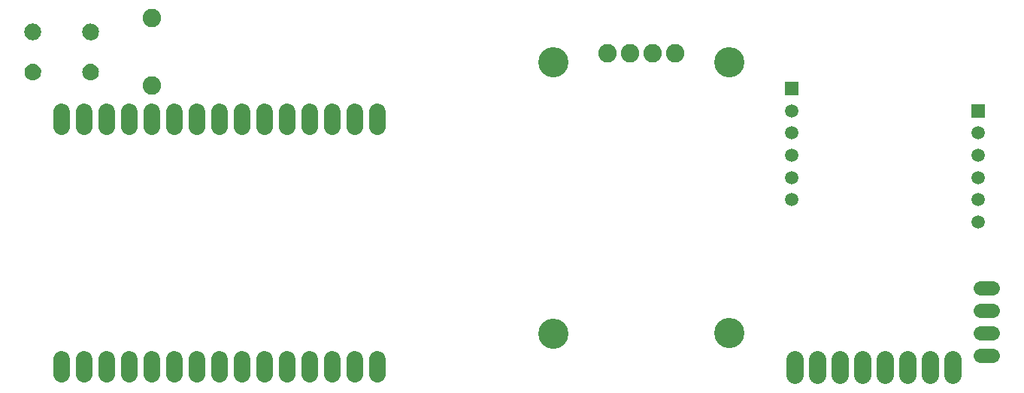
<source format=gbr>
G04 EAGLE Gerber RS-274X export*
G75*
%MOMM*%
%FSLAX34Y34*%
%LPD*%
%INSoldermask Bottom*%
%IPPOS*%
%AMOC8*
5,1,8,0,0,1.08239X$1,22.5*%
G01*
%ADD10C,1.625600*%
%ADD11C,2.082800*%
%ADD12C,1.879600*%
%ADD13C,1.511200*%
%ADD14R,1.511200X1.511200*%
%ADD15C,3.403200*%
%ADD16C,1.981200*%

G36*
X83549Y407090D02*
X83549Y407090D01*
X83596Y407103D01*
X83671Y407113D01*
X85288Y407591D01*
X85316Y407605D01*
X85337Y407609D01*
X85361Y407623D01*
X85403Y407637D01*
X86895Y408421D01*
X86933Y408451D01*
X86999Y408489D01*
X88310Y409549D01*
X88341Y409585D01*
X88398Y409636D01*
X89477Y410931D01*
X89501Y410973D01*
X89547Y411034D01*
X90353Y412515D01*
X90368Y412560D01*
X90401Y412629D01*
X90902Y414238D01*
X90908Y414286D01*
X90927Y414360D01*
X91102Y416013D01*
X91149Y416269D01*
X91149Y416291D01*
X91156Y416451D01*
X90971Y418169D01*
X90958Y418215D01*
X90946Y418290D01*
X90430Y419939D01*
X90408Y419982D01*
X90382Y420053D01*
X89554Y421570D01*
X89524Y421608D01*
X89484Y421673D01*
X88377Y422999D01*
X88340Y423030D01*
X88288Y423086D01*
X86943Y424170D01*
X86901Y424193D01*
X86839Y424239D01*
X85308Y425040D01*
X85262Y425054D01*
X85193Y425086D01*
X83536Y425574D01*
X83488Y425579D01*
X83414Y425597D01*
X81945Y425729D01*
X81917Y425745D01*
X81878Y425751D01*
X81841Y425766D01*
X81745Y425771D01*
X81695Y425779D01*
X81675Y425776D01*
X81654Y425777D01*
X79963Y425625D01*
X79917Y425612D01*
X79841Y425602D01*
X78212Y425123D01*
X78169Y425102D01*
X78097Y425076D01*
X76593Y424289D01*
X76555Y424260D01*
X76489Y424221D01*
X75167Y423155D01*
X75135Y423119D01*
X75078Y423068D01*
X73989Y421765D01*
X73966Y421724D01*
X73919Y421663D01*
X73106Y420172D01*
X73091Y420127D01*
X73057Y420058D01*
X72550Y418438D01*
X72544Y418390D01*
X72525Y418316D01*
X72344Y416633D01*
X72320Y416435D01*
X72322Y416384D01*
X72318Y416293D01*
X72491Y414584D01*
X72505Y414538D01*
X72516Y414462D01*
X73019Y412820D01*
X73041Y412777D01*
X73067Y412705D01*
X73881Y411192D01*
X73911Y411155D01*
X73951Y411089D01*
X75044Y409765D01*
X75081Y409733D01*
X75132Y409677D01*
X76463Y408591D01*
X76506Y408568D01*
X76567Y408522D01*
X78084Y407717D01*
X78130Y407702D01*
X78199Y407670D01*
X78442Y407597D01*
X78443Y407597D01*
X79845Y407176D01*
X79892Y407170D01*
X79967Y407152D01*
X81554Y407000D01*
X81571Y406994D01*
X81665Y406952D01*
X81675Y406952D01*
X81683Y406948D01*
X81870Y406937D01*
X83549Y407090D01*
G37*
G36*
X148624Y407065D02*
X148624Y407065D01*
X148671Y407078D01*
X148746Y407088D01*
X150363Y407566D01*
X150391Y407580D01*
X150412Y407584D01*
X150436Y407598D01*
X150478Y407612D01*
X151970Y408396D01*
X152008Y408426D01*
X152074Y408464D01*
X153385Y409524D01*
X153416Y409560D01*
X153473Y409611D01*
X154552Y410906D01*
X154576Y410948D01*
X154622Y411009D01*
X155428Y412490D01*
X155443Y412535D01*
X155476Y412604D01*
X155977Y414213D01*
X155983Y414261D01*
X156002Y414335D01*
X156177Y415988D01*
X156224Y416244D01*
X156224Y416266D01*
X156231Y416426D01*
X156046Y418144D01*
X156033Y418190D01*
X156021Y418265D01*
X155505Y419914D01*
X155483Y419957D01*
X155457Y420028D01*
X154629Y421545D01*
X154599Y421583D01*
X154559Y421648D01*
X153452Y422974D01*
X153415Y423005D01*
X153363Y423061D01*
X152018Y424145D01*
X151976Y424168D01*
X151914Y424214D01*
X150383Y425015D01*
X150337Y425029D01*
X150268Y425061D01*
X148611Y425549D01*
X148563Y425554D01*
X148489Y425572D01*
X147020Y425704D01*
X146992Y425720D01*
X146953Y425726D01*
X146916Y425741D01*
X146820Y425746D01*
X146770Y425754D01*
X146750Y425751D01*
X146729Y425752D01*
X145038Y425600D01*
X144992Y425587D01*
X144916Y425577D01*
X143287Y425098D01*
X143244Y425077D01*
X143172Y425051D01*
X141668Y424264D01*
X141630Y424235D01*
X141564Y424196D01*
X140242Y423130D01*
X140210Y423094D01*
X140153Y423043D01*
X139064Y421740D01*
X139041Y421699D01*
X138994Y421638D01*
X138181Y420147D01*
X138166Y420102D01*
X138132Y420033D01*
X137625Y418413D01*
X137619Y418365D01*
X137600Y418291D01*
X137419Y416608D01*
X137395Y416410D01*
X137397Y416359D01*
X137393Y416268D01*
X137566Y414559D01*
X137580Y414513D01*
X137591Y414437D01*
X138094Y412795D01*
X138116Y412752D01*
X138142Y412680D01*
X138956Y411167D01*
X138986Y411130D01*
X139026Y411064D01*
X140119Y409740D01*
X140156Y409708D01*
X140207Y409652D01*
X141538Y408566D01*
X141581Y408543D01*
X141642Y408497D01*
X143159Y407692D01*
X143205Y407677D01*
X143274Y407645D01*
X143517Y407572D01*
X143518Y407572D01*
X144920Y407151D01*
X144967Y407145D01*
X145042Y407127D01*
X146629Y406975D01*
X146646Y406969D01*
X146740Y406927D01*
X146750Y406927D01*
X146758Y406923D01*
X146945Y406912D01*
X148624Y407065D01*
G37*
G36*
X148624Y361827D02*
X148624Y361827D01*
X148671Y361840D01*
X148746Y361850D01*
X150363Y362328D01*
X150391Y362342D01*
X150412Y362346D01*
X150436Y362360D01*
X150478Y362374D01*
X151970Y363158D01*
X152008Y363188D01*
X152074Y363226D01*
X153385Y364286D01*
X153416Y364322D01*
X153473Y364373D01*
X154552Y365668D01*
X154576Y365710D01*
X154622Y365771D01*
X155428Y367252D01*
X155443Y367297D01*
X155476Y367366D01*
X155977Y368975D01*
X155983Y369023D01*
X156002Y369097D01*
X156177Y370750D01*
X156224Y371006D01*
X156224Y371028D01*
X156231Y371188D01*
X156046Y372906D01*
X156033Y372952D01*
X156021Y373027D01*
X155505Y374676D01*
X155483Y374719D01*
X155457Y374790D01*
X154629Y376307D01*
X154599Y376345D01*
X154559Y376410D01*
X153452Y377736D01*
X153415Y377767D01*
X153363Y377823D01*
X152018Y378907D01*
X151976Y378930D01*
X151914Y378976D01*
X150383Y379777D01*
X150337Y379791D01*
X150268Y379823D01*
X148611Y380311D01*
X148563Y380316D01*
X148489Y380334D01*
X147020Y380466D01*
X146992Y380482D01*
X146953Y380488D01*
X146916Y380503D01*
X146820Y380508D01*
X146770Y380516D01*
X146750Y380513D01*
X146729Y380514D01*
X145038Y380362D01*
X144992Y380349D01*
X144916Y380339D01*
X143287Y379860D01*
X143244Y379839D01*
X143172Y379813D01*
X141668Y379026D01*
X141630Y378997D01*
X141564Y378958D01*
X140242Y377892D01*
X140210Y377856D01*
X140153Y377805D01*
X139064Y376502D01*
X139041Y376461D01*
X138994Y376400D01*
X138181Y374909D01*
X138166Y374864D01*
X138132Y374795D01*
X137625Y373175D01*
X137619Y373127D01*
X137600Y373053D01*
X137419Y371370D01*
X137395Y371172D01*
X137397Y371121D01*
X137393Y371030D01*
X137566Y369321D01*
X137580Y369275D01*
X137591Y369199D01*
X138094Y367557D01*
X138116Y367514D01*
X138142Y367442D01*
X138956Y365929D01*
X138986Y365892D01*
X139026Y365826D01*
X140119Y364502D01*
X140156Y364470D01*
X140207Y364414D01*
X141538Y363328D01*
X141581Y363305D01*
X141642Y363259D01*
X143159Y362454D01*
X143205Y362439D01*
X143274Y362407D01*
X143517Y362334D01*
X143518Y362334D01*
X144920Y361913D01*
X144967Y361907D01*
X145042Y361889D01*
X146629Y361737D01*
X146646Y361731D01*
X146740Y361689D01*
X146750Y361689D01*
X146758Y361685D01*
X146945Y361674D01*
X148624Y361827D01*
G37*
G36*
X83600Y361802D02*
X83600Y361802D01*
X83647Y361815D01*
X83722Y361825D01*
X85339Y362303D01*
X85367Y362317D01*
X85388Y362321D01*
X85412Y362335D01*
X85454Y362349D01*
X86946Y363133D01*
X86984Y363163D01*
X87050Y363201D01*
X88361Y364261D01*
X88392Y364297D01*
X88449Y364348D01*
X89528Y365643D01*
X89552Y365685D01*
X89598Y365746D01*
X90404Y367227D01*
X90419Y367272D01*
X90452Y367341D01*
X90953Y368950D01*
X90959Y368998D01*
X90978Y369072D01*
X91153Y370725D01*
X91200Y370981D01*
X91200Y371003D01*
X91207Y371163D01*
X91022Y372881D01*
X91009Y372927D01*
X90997Y373002D01*
X90481Y374651D01*
X90459Y374694D01*
X90433Y374765D01*
X89605Y376282D01*
X89575Y376320D01*
X89535Y376385D01*
X88428Y377711D01*
X88391Y377742D01*
X88339Y377798D01*
X86994Y378882D01*
X86952Y378905D01*
X86890Y378951D01*
X85359Y379752D01*
X85313Y379766D01*
X85244Y379798D01*
X83587Y380286D01*
X83539Y380291D01*
X83465Y380309D01*
X81996Y380441D01*
X81968Y380457D01*
X81929Y380463D01*
X81892Y380478D01*
X81796Y380483D01*
X81746Y380491D01*
X81726Y380488D01*
X81705Y380489D01*
X80014Y380337D01*
X79968Y380324D01*
X79892Y380314D01*
X78263Y379835D01*
X78220Y379814D01*
X78148Y379788D01*
X76644Y379001D01*
X76606Y378972D01*
X76540Y378933D01*
X75218Y377867D01*
X75186Y377831D01*
X75129Y377780D01*
X74040Y376477D01*
X74017Y376436D01*
X73970Y376375D01*
X73157Y374884D01*
X73142Y374839D01*
X73108Y374770D01*
X72601Y373150D01*
X72595Y373102D01*
X72576Y373028D01*
X72395Y371345D01*
X72371Y371147D01*
X72373Y371096D01*
X72369Y371005D01*
X72542Y369296D01*
X72556Y369250D01*
X72567Y369174D01*
X73070Y367532D01*
X73092Y367489D01*
X73118Y367417D01*
X73932Y365904D01*
X73962Y365867D01*
X74002Y365801D01*
X75095Y364477D01*
X75132Y364445D01*
X75183Y364389D01*
X76514Y363303D01*
X76557Y363280D01*
X76618Y363234D01*
X78135Y362429D01*
X78181Y362414D01*
X78250Y362382D01*
X78493Y362309D01*
X78494Y362309D01*
X79896Y361888D01*
X79943Y361882D01*
X80018Y361864D01*
X81605Y361712D01*
X81622Y361706D01*
X81716Y361664D01*
X81726Y361664D01*
X81734Y361660D01*
X81921Y361649D01*
X83600Y361802D01*
G37*
D10*
X1162812Y50800D02*
X1148588Y50800D01*
X1148588Y76200D02*
X1162812Y76200D01*
X1162812Y101600D02*
X1148588Y101600D01*
X1148588Y127000D02*
X1162812Y127000D01*
D11*
X215900Y355600D03*
X215900Y431800D03*
D12*
X469900Y325882D02*
X469900Y309118D01*
X444500Y309118D02*
X444500Y325882D01*
X419100Y325882D02*
X419100Y309118D01*
X393700Y309118D02*
X393700Y325882D01*
X368300Y325882D02*
X368300Y309118D01*
X342900Y309118D02*
X342900Y325882D01*
X317500Y325882D02*
X317500Y309118D01*
X292100Y309118D02*
X292100Y325882D01*
X266700Y325882D02*
X266700Y309118D01*
X241300Y309118D02*
X241300Y325882D01*
X215900Y325882D02*
X215900Y309118D01*
X190500Y309118D02*
X190500Y325882D01*
X165100Y325882D02*
X165100Y309118D01*
X139700Y309118D02*
X139700Y325882D01*
X114300Y325882D02*
X114300Y309118D01*
X114300Y46482D02*
X114300Y29718D01*
X139700Y29718D02*
X139700Y46482D01*
X165100Y46482D02*
X165100Y29718D01*
X190500Y29718D02*
X190500Y46482D01*
X215900Y46482D02*
X215900Y29718D01*
X241300Y29718D02*
X241300Y46482D01*
X266700Y46482D02*
X266700Y29718D01*
X292100Y29718D02*
X292100Y46482D01*
X317500Y46482D02*
X317500Y29718D01*
X342900Y29718D02*
X342900Y46482D01*
X368300Y46482D02*
X368300Y29718D01*
X393700Y29718D02*
X393700Y46482D01*
X419100Y46482D02*
X419100Y29718D01*
X444500Y29718D02*
X444500Y46482D01*
X469900Y46482D02*
X469900Y29718D01*
D13*
X1146400Y202100D03*
X1146400Y227100D03*
X1146400Y252100D03*
X1146400Y277100D03*
X1146400Y302100D03*
X936400Y227100D03*
X936400Y252100D03*
X936400Y277100D03*
X936400Y302100D03*
X936400Y327100D03*
D14*
X936400Y352100D03*
X1146400Y327100D03*
D15*
X668000Y381800D03*
X866000Y381800D03*
X668000Y75800D03*
X866000Y76800D03*
D11*
X729300Y392100D03*
X754700Y392100D03*
X780100Y392100D03*
X805500Y392100D03*
D16*
X1016000Y46990D02*
X1016000Y29210D01*
X1041400Y29210D02*
X1041400Y46990D01*
X990600Y46990D02*
X990600Y29210D01*
X965200Y29210D02*
X965200Y46990D01*
X939800Y46990D02*
X939800Y29210D01*
X1066800Y29210D02*
X1066800Y46990D01*
X1092200Y46990D02*
X1092200Y29210D01*
X1117600Y29210D02*
X1117600Y46990D01*
M02*

</source>
